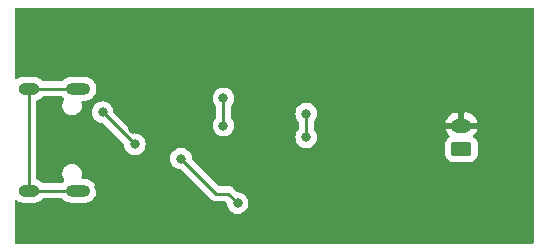
<source format=gbr>
%TF.GenerationSoftware,KiCad,Pcbnew,(6.0.4-0)*%
%TF.CreationDate,2023-08-08T13:47:07-06:00*%
%TF.ProjectId,usb_pd,7573625f-7064-42e6-9b69-6361645f7063,rev?*%
%TF.SameCoordinates,Original*%
%TF.FileFunction,Copper,L2,Bot*%
%TF.FilePolarity,Positive*%
%FSLAX46Y46*%
G04 Gerber Fmt 4.6, Leading zero omitted, Abs format (unit mm)*
G04 Created by KiCad (PCBNEW (6.0.4-0)) date 2023-08-08 13:47:07*
%MOMM*%
%LPD*%
G01*
G04 APERTURE LIST*
G04 Aperture macros list*
%AMRoundRect*
0 Rectangle with rounded corners*
0 $1 Rounding radius*
0 $2 $3 $4 $5 $6 $7 $8 $9 X,Y pos of 4 corners*
0 Add a 4 corners polygon primitive as box body*
4,1,4,$2,$3,$4,$5,$6,$7,$8,$9,$2,$3,0*
0 Add four circle primitives for the rounded corners*
1,1,$1+$1,$2,$3*
1,1,$1+$1,$4,$5*
1,1,$1+$1,$6,$7*
1,1,$1+$1,$8,$9*
0 Add four rect primitives between the rounded corners*
20,1,$1+$1,$2,$3,$4,$5,0*
20,1,$1+$1,$4,$5,$6,$7,0*
20,1,$1+$1,$6,$7,$8,$9,0*
20,1,$1+$1,$8,$9,$2,$3,0*%
G04 Aperture macros list end*
%TA.AperFunction,ComponentPad*%
%ADD10O,2.100000X1.000000*%
%TD*%
%TA.AperFunction,ComponentPad*%
%ADD11O,1.800000X1.000000*%
%TD*%
%TA.AperFunction,ComponentPad*%
%ADD12RoundRect,0.250000X0.625000X-0.350000X0.625000X0.350000X-0.625000X0.350000X-0.625000X-0.350000X0*%
%TD*%
%TA.AperFunction,ComponentPad*%
%ADD13O,1.750000X1.200000*%
%TD*%
%TA.AperFunction,ViaPad*%
%ADD14C,0.800000*%
%TD*%
%TA.AperFunction,Conductor*%
%ADD15C,0.250000*%
%TD*%
%TA.AperFunction,Conductor*%
%ADD16C,0.254000*%
%TD*%
G04 APERTURE END LIST*
D10*
%TO.P,J1,S1,SHIELD*%
%TO.N,GNDPWR*%
X129880000Y-82380000D03*
%TO.P,J1,S2,SHIELD*%
X129880000Y-91020000D03*
D11*
%TO.P,J1,S3,SHIELD*%
X125700000Y-91020000D03*
%TO.P,J1,S4,SHIELD*%
X125700000Y-82380000D03*
%TD*%
D12*
%TO.P,J2,1,+*%
%TO.N,/power2/10V*%
X162350000Y-87500000D03*
D13*
%TO.P,J2,2,-*%
%TO.N,GND*%
X162350000Y-85500000D03*
%TD*%
D14*
%TO.N,GND*%
X147700000Y-82200000D03*
%TO.N,VBUS*%
X149200000Y-84500000D03*
X149200000Y-86500000D03*
%TO.N,Net-(D1-Pad1)*%
X143399843Y-92062988D03*
X138600000Y-88300000D03*
%TO.N,GND*%
X144700000Y-85900000D03*
X135700000Y-85200000D03*
X136900000Y-84800000D03*
X134500000Y-84700000D03*
X139300000Y-86800000D03*
X134500000Y-85800000D03*
X136900000Y-85900000D03*
X131700000Y-90700000D03*
X131800000Y-82700000D03*
%TO.N,Net-(J1-PadA5)*%
X134700000Y-87100000D03*
X131972797Y-84372797D03*
%TO.N,Net-(R5-Pad1)*%
X142200000Y-85500000D03*
X142200000Y-83200000D03*
%TD*%
D15*
%TO.N,GND*%
X144700000Y-85200000D02*
X144700000Y-85900000D01*
X147700000Y-82200000D02*
X144700000Y-85200000D01*
%TO.N,VBUS*%
X149200000Y-86500000D02*
X149200000Y-84500000D01*
%TO.N,Net-(D1-Pad1)*%
X143399843Y-92062988D02*
X142600569Y-91263714D01*
X138600000Y-88300000D02*
X141563714Y-91263714D01*
X142600569Y-91263714D02*
X141563714Y-91263714D01*
%TO.N,GND*%
X138400000Y-85900000D02*
X136900000Y-85900000D01*
X139300000Y-86800000D02*
X138400000Y-85900000D01*
D16*
%TO.N,Net-(J1-PadA5)*%
X134700000Y-87100000D02*
X131972797Y-84372797D01*
D15*
%TO.N,GNDPWR*%
X125700000Y-82380000D02*
X125700000Y-91020000D01*
X129880000Y-91020000D02*
X125700000Y-91020000D01*
X129880000Y-82380000D02*
X125700000Y-82380000D01*
%TO.N,Net-(R5-Pad1)*%
X142200000Y-85500000D02*
X142200000Y-83200000D01*
%TD*%
%TA.AperFunction,Conductor*%
%TO.N,GND*%
G36*
X168433621Y-75528502D02*
G01*
X168480114Y-75582158D01*
X168491500Y-75634500D01*
X168491500Y-95365500D01*
X168471498Y-95433621D01*
X168417842Y-95480114D01*
X168365500Y-95491500D01*
X124634500Y-95491500D01*
X124566379Y-95471498D01*
X124519886Y-95417842D01*
X124508500Y-95365500D01*
X124508500Y-91942620D01*
X124528502Y-91874499D01*
X124582158Y-91828006D01*
X124652432Y-91817902D01*
X124715490Y-91846098D01*
X124727474Y-91856154D01*
X124732872Y-91859121D01*
X124732877Y-91859125D01*
X124838546Y-91917216D01*
X124900787Y-91951433D01*
X124906654Y-91953294D01*
X124906656Y-91953295D01*
X125083436Y-92009373D01*
X125089306Y-92011235D01*
X125243227Y-92028500D01*
X126149769Y-92028500D01*
X126152825Y-92028200D01*
X126152832Y-92028200D01*
X126211340Y-92022463D01*
X126296833Y-92014080D01*
X126302734Y-92012298D01*
X126302736Y-92012298D01*
X126376053Y-91990162D01*
X126486169Y-91956916D01*
X126660796Y-91864066D01*
X126770157Y-91774873D01*
X126809287Y-91742960D01*
X126809290Y-91742957D01*
X126814062Y-91739065D01*
X126832008Y-91717372D01*
X126847055Y-91699184D01*
X126905889Y-91659446D01*
X126944139Y-91653500D01*
X128484876Y-91653500D01*
X128552997Y-91673502D01*
X128583069Y-91700544D01*
X128605968Y-91729025D01*
X128610692Y-91732989D01*
X128621760Y-91742276D01*
X128757474Y-91856154D01*
X128762872Y-91859121D01*
X128762877Y-91859125D01*
X128868546Y-91917216D01*
X128930787Y-91951433D01*
X128936654Y-91953294D01*
X128936656Y-91953295D01*
X129113436Y-92009373D01*
X129119306Y-92011235D01*
X129273227Y-92028500D01*
X130479769Y-92028500D01*
X130482825Y-92028200D01*
X130482832Y-92028200D01*
X130541340Y-92022463D01*
X130626833Y-92014080D01*
X130632734Y-92012298D01*
X130632736Y-92012298D01*
X130706053Y-91990162D01*
X130816169Y-91956916D01*
X130990796Y-91864066D01*
X131100157Y-91774873D01*
X131139287Y-91742960D01*
X131139290Y-91742957D01*
X131144062Y-91739065D01*
X131175926Y-91700548D01*
X131266201Y-91591425D01*
X131266203Y-91591421D01*
X131270130Y-91586675D01*
X131364198Y-91412701D01*
X131422682Y-91223768D01*
X131432066Y-91134486D01*
X131442711Y-91033204D01*
X131442711Y-91033202D01*
X131443355Y-91027075D01*
X131428394Y-90862682D01*
X131425989Y-90836251D01*
X131425988Y-90836248D01*
X131425430Y-90830112D01*
X131413738Y-90790383D01*
X131371330Y-90646294D01*
X131369590Y-90640381D01*
X131362456Y-90626734D01*
X131280813Y-90470568D01*
X131277960Y-90465110D01*
X131154032Y-90310975D01*
X131147727Y-90305684D01*
X131081230Y-90249887D01*
X131002526Y-90183846D01*
X130997128Y-90180879D01*
X130997123Y-90180875D01*
X130834608Y-90091533D01*
X130834609Y-90091533D01*
X130829213Y-90088567D01*
X130823346Y-90086706D01*
X130823344Y-90086705D01*
X130646564Y-90030627D01*
X130646563Y-90030627D01*
X130640694Y-90028765D01*
X130486773Y-90011500D01*
X130295223Y-90011500D01*
X130227102Y-89991498D01*
X130180609Y-89937842D01*
X130170505Y-89867568D01*
X130178234Y-89838708D01*
X130184995Y-89821803D01*
X130187530Y-89815466D01*
X130188644Y-89808738D01*
X130188645Y-89808734D01*
X130215993Y-89643539D01*
X130215993Y-89643536D01*
X130217108Y-89636802D01*
X130212203Y-89543198D01*
X130207987Y-89462766D01*
X130207630Y-89455953D01*
X130184304Y-89371266D01*
X130161352Y-89287941D01*
X130159539Y-89281359D01*
X130075078Y-89121164D01*
X130070673Y-89115951D01*
X130070670Y-89115947D01*
X129962594Y-88988057D01*
X129962590Y-88988053D01*
X129958187Y-88982843D01*
X129946562Y-88973955D01*
X129819743Y-88876994D01*
X129819739Y-88876991D01*
X129814322Y-88872850D01*
X129709186Y-88823825D01*
X129656369Y-88799195D01*
X129656366Y-88799194D01*
X129650192Y-88796315D01*
X129643544Y-88794829D01*
X129643541Y-88794828D01*
X129478494Y-88757936D01*
X129478495Y-88757936D01*
X129473457Y-88756810D01*
X129467912Y-88756500D01*
X129334756Y-88756500D01*
X129199963Y-88771143D01*
X129116609Y-88799195D01*
X129034796Y-88826728D01*
X129034794Y-88826729D01*
X129028325Y-88828906D01*
X128873095Y-88922177D01*
X128868138Y-88926865D01*
X128868135Y-88926867D01*
X128809042Y-88982749D01*
X128741515Y-89046607D01*
X128737683Y-89052245D01*
X128737680Y-89052249D01*
X128686740Y-89127205D01*
X128639723Y-89196388D01*
X128572470Y-89364534D01*
X128571356Y-89371262D01*
X128571355Y-89371266D01*
X128544007Y-89536461D01*
X128542892Y-89543198D01*
X128543249Y-89550015D01*
X128543249Y-89550019D01*
X128548151Y-89643539D01*
X128552370Y-89724047D01*
X128554181Y-89730620D01*
X128554181Y-89730623D01*
X128577551Y-89815466D01*
X128600461Y-89898641D01*
X128684922Y-90058836D01*
X128689331Y-90064053D01*
X128695129Y-90070914D01*
X128723822Y-90135853D01*
X128712852Y-90205997D01*
X128678529Y-90249887D01*
X128620713Y-90297040D01*
X128620710Y-90297043D01*
X128615938Y-90300935D01*
X128612010Y-90305683D01*
X128612009Y-90305684D01*
X128582945Y-90340816D01*
X128524111Y-90380554D01*
X128485861Y-90386500D01*
X126945124Y-90386500D01*
X126877003Y-90366498D01*
X126846931Y-90339456D01*
X126824032Y-90310975D01*
X126817727Y-90305684D01*
X126751230Y-90249887D01*
X126672526Y-90183846D01*
X126667128Y-90180879D01*
X126667123Y-90180875D01*
X126504610Y-90091534D01*
X126504608Y-90091533D01*
X126499213Y-90088567D01*
X126421402Y-90063884D01*
X126362517Y-90024221D01*
X126334425Y-89959019D01*
X126333500Y-89943782D01*
X126333500Y-88300000D01*
X137686496Y-88300000D01*
X137687186Y-88306565D01*
X137702507Y-88452332D01*
X137706458Y-88489928D01*
X137765473Y-88671556D01*
X137860960Y-88836944D01*
X137988747Y-88978866D01*
X138143248Y-89091118D01*
X138149276Y-89093802D01*
X138149278Y-89093803D01*
X138224301Y-89127205D01*
X138317712Y-89168794D01*
X138411113Y-89188647D01*
X138498056Y-89207128D01*
X138498061Y-89207128D01*
X138504513Y-89208500D01*
X138560406Y-89208500D01*
X138628527Y-89228502D01*
X138649501Y-89245405D01*
X141060057Y-91655961D01*
X141067601Y-91664251D01*
X141071714Y-91670732D01*
X141077491Y-91676157D01*
X141121381Y-91717372D01*
X141124223Y-91720127D01*
X141143945Y-91739849D01*
X141147069Y-91742272D01*
X141147073Y-91742276D01*
X141147138Y-91742326D01*
X141156159Y-91750031D01*
X141188393Y-91780300D01*
X141195341Y-91784119D01*
X141195343Y-91784121D01*
X141206146Y-91790060D01*
X141222673Y-91800916D01*
X141232412Y-91808471D01*
X141232414Y-91808472D01*
X141238674Y-91813328D01*
X141279254Y-91830888D01*
X141289902Y-91836105D01*
X141319163Y-91852191D01*
X141328654Y-91857409D01*
X141336330Y-91859380D01*
X141336333Y-91859381D01*
X141348276Y-91862447D01*
X141366980Y-91868851D01*
X141376707Y-91873060D01*
X141385569Y-91876895D01*
X141393392Y-91878134D01*
X141393402Y-91878137D01*
X141429238Y-91883813D01*
X141440858Y-91886219D01*
X141476003Y-91895242D01*
X141483684Y-91897214D01*
X141503938Y-91897214D01*
X141523648Y-91898765D01*
X141543657Y-91901934D01*
X141551549Y-91901188D01*
X141587675Y-91897773D01*
X141599533Y-91897214D01*
X142285975Y-91897214D01*
X142354096Y-91917216D01*
X142375070Y-91934119D01*
X142452721Y-92011770D01*
X142486747Y-92074082D01*
X142488935Y-92087691D01*
X142506301Y-92252916D01*
X142565316Y-92434544D01*
X142660803Y-92599932D01*
X142788590Y-92741854D01*
X142943091Y-92854106D01*
X142949119Y-92856790D01*
X142949121Y-92856791D01*
X143111524Y-92929097D01*
X143117555Y-92931782D01*
X143210955Y-92951635D01*
X143297899Y-92970116D01*
X143297904Y-92970116D01*
X143304356Y-92971488D01*
X143495330Y-92971488D01*
X143501782Y-92970116D01*
X143501787Y-92970116D01*
X143588731Y-92951635D01*
X143682131Y-92931782D01*
X143688162Y-92929097D01*
X143850565Y-92856791D01*
X143850567Y-92856790D01*
X143856595Y-92854106D01*
X144011096Y-92741854D01*
X144138883Y-92599932D01*
X144234370Y-92434544D01*
X144293385Y-92252916D01*
X144313347Y-92062988D01*
X144300696Y-91942620D01*
X144294075Y-91879623D01*
X144294075Y-91879621D01*
X144293385Y-91873060D01*
X144234370Y-91691432D01*
X144138883Y-91526044D01*
X144011096Y-91384122D01*
X143856595Y-91271870D01*
X143850567Y-91269186D01*
X143850565Y-91269185D01*
X143688162Y-91196879D01*
X143688161Y-91196879D01*
X143682131Y-91194194D01*
X143588730Y-91174341D01*
X143501787Y-91155860D01*
X143501782Y-91155860D01*
X143495330Y-91154488D01*
X143439438Y-91154488D01*
X143371317Y-91134486D01*
X143350343Y-91117583D01*
X143104221Y-90871461D01*
X143096681Y-90863175D01*
X143092569Y-90856696D01*
X143042917Y-90810070D01*
X143040076Y-90807316D01*
X143020339Y-90787579D01*
X143017142Y-90785099D01*
X143008120Y-90777394D01*
X142981669Y-90752555D01*
X142975890Y-90747128D01*
X142968944Y-90743309D01*
X142968941Y-90743307D01*
X142958135Y-90737366D01*
X142941616Y-90726515D01*
X142941152Y-90726155D01*
X142925610Y-90714100D01*
X142918341Y-90710955D01*
X142918337Y-90710952D01*
X142885032Y-90696540D01*
X142874382Y-90691323D01*
X142835629Y-90670019D01*
X142816006Y-90664981D01*
X142797303Y-90658577D01*
X142785989Y-90653681D01*
X142785988Y-90653681D01*
X142778714Y-90650533D01*
X142770891Y-90649294D01*
X142770881Y-90649291D01*
X142735045Y-90643615D01*
X142723425Y-90641209D01*
X142688280Y-90632186D01*
X142688279Y-90632186D01*
X142680599Y-90630214D01*
X142660345Y-90630214D01*
X142640634Y-90628663D01*
X142628455Y-90626734D01*
X142620626Y-90625494D01*
X142612734Y-90626240D01*
X142576608Y-90629655D01*
X142564750Y-90630214D01*
X141878308Y-90630214D01*
X141810187Y-90610212D01*
X141789213Y-90593309D01*
X139547122Y-88351217D01*
X139513096Y-88288905D01*
X139510907Y-88275292D01*
X139494232Y-88116635D01*
X139494232Y-88116633D01*
X139493542Y-88110072D01*
X139434527Y-87928444D01*
X139418336Y-87900400D01*
X160966500Y-87900400D01*
X160966837Y-87903646D01*
X160966837Y-87903650D01*
X160973739Y-87970166D01*
X160977474Y-88006166D01*
X161033450Y-88173946D01*
X161126522Y-88324348D01*
X161251697Y-88449305D01*
X161257927Y-88453145D01*
X161257928Y-88453146D01*
X161395090Y-88537694D01*
X161402262Y-88542115D01*
X161482005Y-88568564D01*
X161563611Y-88595632D01*
X161563613Y-88595632D01*
X161570139Y-88597797D01*
X161576975Y-88598497D01*
X161576978Y-88598498D01*
X161620031Y-88602909D01*
X161674600Y-88608500D01*
X163025400Y-88608500D01*
X163028646Y-88608163D01*
X163028650Y-88608163D01*
X163124308Y-88598238D01*
X163124312Y-88598237D01*
X163131166Y-88597526D01*
X163137702Y-88595345D01*
X163137704Y-88595345D01*
X163269806Y-88551272D01*
X163298946Y-88541550D01*
X163449348Y-88448478D01*
X163574305Y-88323303D01*
X163578853Y-88315925D01*
X163663275Y-88178968D01*
X163663276Y-88178966D01*
X163667115Y-88172738D01*
X163722797Y-88004861D01*
X163733500Y-87900400D01*
X163733500Y-87099600D01*
X163733163Y-87096350D01*
X163723238Y-87000692D01*
X163723237Y-87000688D01*
X163722526Y-86993834D01*
X163666550Y-86826054D01*
X163573478Y-86675652D01*
X163448303Y-86550695D01*
X163442069Y-86546852D01*
X163396310Y-86518645D01*
X163348817Y-86465873D01*
X163337395Y-86395801D01*
X163365669Y-86330677D01*
X163384597Y-86312298D01*
X163387856Y-86309738D01*
X163396506Y-86301501D01*
X163527212Y-86150877D01*
X163534147Y-86141153D01*
X163634010Y-85968533D01*
X163638984Y-85957669D01*
X163704407Y-85769273D01*
X163704648Y-85768284D01*
X163703180Y-85757992D01*
X163689615Y-85754000D01*
X161014598Y-85754000D01*
X161001067Y-85757973D01*
X160999712Y-85767399D01*
X161021194Y-85856537D01*
X161025083Y-85867832D01*
X161107629Y-86049382D01*
X161113576Y-86059724D01*
X161228968Y-86222397D01*
X161236761Y-86231425D01*
X161327757Y-86318535D01*
X161363133Y-86380090D01*
X161359614Y-86451000D01*
X161318317Y-86508750D01*
X161306947Y-86516685D01*
X161250652Y-86551522D01*
X161125695Y-86676697D01*
X161121855Y-86682927D01*
X161121854Y-86682928D01*
X161093798Y-86728444D01*
X161032885Y-86827262D01*
X160977203Y-86995139D01*
X160976503Y-87001975D01*
X160976502Y-87001978D01*
X160972920Y-87036944D01*
X160966500Y-87099600D01*
X160966500Y-87900400D01*
X139418336Y-87900400D01*
X139416479Y-87897183D01*
X139348168Y-87778866D01*
X139339040Y-87763056D01*
X139211253Y-87621134D01*
X139056752Y-87508882D01*
X139050724Y-87506198D01*
X139050722Y-87506197D01*
X138888319Y-87433891D01*
X138888318Y-87433891D01*
X138882288Y-87431206D01*
X138788887Y-87411353D01*
X138701944Y-87392872D01*
X138701939Y-87392872D01*
X138695487Y-87391500D01*
X138504513Y-87391500D01*
X138498061Y-87392872D01*
X138498056Y-87392872D01*
X138411112Y-87411353D01*
X138317712Y-87431206D01*
X138311682Y-87433891D01*
X138311681Y-87433891D01*
X138149278Y-87506197D01*
X138149276Y-87506198D01*
X138143248Y-87508882D01*
X137988747Y-87621134D01*
X137860960Y-87763056D01*
X137851832Y-87778866D01*
X137783522Y-87897183D01*
X137765473Y-87928444D01*
X137706458Y-88110072D01*
X137705768Y-88116633D01*
X137705768Y-88116635D01*
X137699745Y-88173946D01*
X137686496Y-88300000D01*
X126333500Y-88300000D01*
X126333500Y-83456585D01*
X126353502Y-83388464D01*
X126407158Y-83341971D01*
X126423078Y-83335964D01*
X126486169Y-83316916D01*
X126660796Y-83224066D01*
X126752670Y-83149135D01*
X126809287Y-83102960D01*
X126809290Y-83102957D01*
X126814062Y-83099065D01*
X126826339Y-83084225D01*
X126847055Y-83059184D01*
X126905889Y-83019446D01*
X126944139Y-83013500D01*
X128484876Y-83013500D01*
X128552997Y-83033502D01*
X128583069Y-83060544D01*
X128605968Y-83089025D01*
X128610692Y-83092989D01*
X128677604Y-83149135D01*
X128716931Y-83208244D01*
X128718057Y-83279232D01*
X128700825Y-83316478D01*
X128643560Y-83400740D01*
X128643555Y-83400750D01*
X128639723Y-83406388D01*
X128572470Y-83574534D01*
X128571356Y-83581262D01*
X128571355Y-83581266D01*
X128549586Y-83712763D01*
X128542892Y-83753198D01*
X128543249Y-83760015D01*
X128543249Y-83760019D01*
X128548151Y-83853539D01*
X128552370Y-83934047D01*
X128554181Y-83940620D01*
X128554181Y-83940623D01*
X128577551Y-84025466D01*
X128600461Y-84108641D01*
X128684922Y-84268836D01*
X128689327Y-84274049D01*
X128689330Y-84274053D01*
X128797406Y-84401943D01*
X128797410Y-84401947D01*
X128801813Y-84407157D01*
X128807237Y-84411304D01*
X128807238Y-84411305D01*
X128940257Y-84513006D01*
X128940261Y-84513009D01*
X128945678Y-84517150D01*
X129029340Y-84556162D01*
X129103631Y-84590805D01*
X129103634Y-84590806D01*
X129109808Y-84593685D01*
X129116456Y-84595171D01*
X129116459Y-84595172D01*
X129222421Y-84618857D01*
X129286543Y-84633190D01*
X129292088Y-84633500D01*
X129425244Y-84633500D01*
X129560037Y-84618857D01*
X129678190Y-84579094D01*
X129725204Y-84563272D01*
X129725206Y-84563271D01*
X129731675Y-84561094D01*
X129886905Y-84467823D01*
X129891862Y-84463135D01*
X129891865Y-84463133D01*
X129987392Y-84372797D01*
X131059293Y-84372797D01*
X131059983Y-84379362D01*
X131073670Y-84509583D01*
X131079255Y-84562725D01*
X131138270Y-84744353D01*
X131141573Y-84750075D01*
X131141574Y-84750076D01*
X131157467Y-84777603D01*
X131233757Y-84909741D01*
X131361544Y-85051663D01*
X131453142Y-85118213D01*
X131502616Y-85154158D01*
X131516045Y-85163915D01*
X131522073Y-85166599D01*
X131522075Y-85166600D01*
X131666108Y-85230727D01*
X131690509Y-85241591D01*
X131783910Y-85261444D01*
X131870853Y-85279925D01*
X131870858Y-85279925D01*
X131877310Y-85281297D01*
X131930375Y-85281297D01*
X131998496Y-85301299D01*
X132019470Y-85318202D01*
X133753210Y-87051942D01*
X133787236Y-87114254D01*
X133789425Y-87127865D01*
X133806458Y-87289928D01*
X133865473Y-87471556D01*
X133960960Y-87636944D01*
X134088747Y-87778866D01*
X134243248Y-87891118D01*
X134249276Y-87893802D01*
X134249278Y-87893803D01*
X134341200Y-87934729D01*
X134417712Y-87968794D01*
X134511113Y-87988647D01*
X134598056Y-88007128D01*
X134598061Y-88007128D01*
X134604513Y-88008500D01*
X134795487Y-88008500D01*
X134801939Y-88007128D01*
X134801944Y-88007128D01*
X134888888Y-87988647D01*
X134982288Y-87968794D01*
X135058800Y-87934729D01*
X135150722Y-87893803D01*
X135150724Y-87893802D01*
X135156752Y-87891118D01*
X135311253Y-87778866D01*
X135439040Y-87636944D01*
X135534527Y-87471556D01*
X135593542Y-87289928D01*
X135613504Y-87100000D01*
X135608453Y-87051942D01*
X135594232Y-86916635D01*
X135594232Y-86916633D01*
X135593542Y-86910072D01*
X135534527Y-86728444D01*
X135439040Y-86563056D01*
X135382265Y-86500000D01*
X148286496Y-86500000D01*
X148287186Y-86506565D01*
X148304958Y-86675652D01*
X148306458Y-86689928D01*
X148365473Y-86871556D01*
X148460960Y-87036944D01*
X148465378Y-87041851D01*
X148465379Y-87041852D01*
X148517736Y-87100000D01*
X148588747Y-87178866D01*
X148743248Y-87291118D01*
X148749276Y-87293802D01*
X148749278Y-87293803D01*
X148911681Y-87366109D01*
X148917712Y-87368794D01*
X149011112Y-87388647D01*
X149098056Y-87407128D01*
X149098061Y-87407128D01*
X149104513Y-87408500D01*
X149295487Y-87408500D01*
X149301939Y-87407128D01*
X149301944Y-87407128D01*
X149388888Y-87388647D01*
X149482288Y-87368794D01*
X149488319Y-87366109D01*
X149650722Y-87293803D01*
X149650724Y-87293802D01*
X149656752Y-87291118D01*
X149811253Y-87178866D01*
X149882264Y-87100000D01*
X149934621Y-87041852D01*
X149934622Y-87041851D01*
X149939040Y-87036944D01*
X150034527Y-86871556D01*
X150093542Y-86689928D01*
X150095043Y-86675652D01*
X150112814Y-86506565D01*
X150113504Y-86500000D01*
X150095708Y-86330677D01*
X150094232Y-86316635D01*
X150094232Y-86316633D01*
X150093542Y-86310072D01*
X150034527Y-86128444D01*
X149939040Y-85963056D01*
X149865863Y-85881785D01*
X149835147Y-85817779D01*
X149833500Y-85797476D01*
X149833500Y-85231716D01*
X160995352Y-85231716D01*
X160996820Y-85242008D01*
X161010385Y-85246000D01*
X162077885Y-85246000D01*
X162093124Y-85241525D01*
X162094329Y-85240135D01*
X162096000Y-85232452D01*
X162096000Y-85227885D01*
X162604000Y-85227885D01*
X162608475Y-85243124D01*
X162609865Y-85244329D01*
X162617548Y-85246000D01*
X163685402Y-85246000D01*
X163698933Y-85242027D01*
X163700288Y-85232601D01*
X163678806Y-85143463D01*
X163674917Y-85132168D01*
X163592371Y-84950618D01*
X163586424Y-84940276D01*
X163471032Y-84777603D01*
X163463239Y-84768575D01*
X163319169Y-84630658D01*
X163309804Y-84623262D01*
X163142259Y-84515079D01*
X163131655Y-84509583D01*
X162946688Y-84435039D01*
X162935230Y-84431645D01*
X162738072Y-84393143D01*
X162729209Y-84392066D01*
X162726500Y-84392000D01*
X162622115Y-84392000D01*
X162606876Y-84396475D01*
X162605671Y-84397865D01*
X162604000Y-84405548D01*
X162604000Y-85227885D01*
X162096000Y-85227885D01*
X162096000Y-84410115D01*
X162091525Y-84394876D01*
X162090135Y-84393671D01*
X162082452Y-84392000D01*
X162025168Y-84392000D01*
X162019192Y-84392285D01*
X161870506Y-84406471D01*
X161858772Y-84408730D01*
X161667401Y-84464872D01*
X161656325Y-84469302D01*
X161479022Y-84560619D01*
X161468976Y-84567069D01*
X161312143Y-84690262D01*
X161303494Y-84698499D01*
X161172788Y-84849123D01*
X161165853Y-84858847D01*
X161065990Y-85031467D01*
X161061016Y-85042331D01*
X160995593Y-85230727D01*
X160995352Y-85231716D01*
X149833500Y-85231716D01*
X149833500Y-85202524D01*
X149853502Y-85134403D01*
X149865858Y-85118221D01*
X149939040Y-85036944D01*
X150034527Y-84871556D01*
X150093542Y-84689928D01*
X150099772Y-84630658D01*
X150112814Y-84506565D01*
X150113504Y-84500000D01*
X150102153Y-84392000D01*
X150094232Y-84316635D01*
X150094232Y-84316633D01*
X150093542Y-84310072D01*
X150034527Y-84128444D01*
X149939040Y-83963056D01*
X149823201Y-83834403D01*
X149815675Y-83826045D01*
X149815674Y-83826044D01*
X149811253Y-83821134D01*
X149656752Y-83708882D01*
X149650724Y-83706198D01*
X149650722Y-83706197D01*
X149488319Y-83633891D01*
X149488318Y-83633891D01*
X149482288Y-83631206D01*
X149388887Y-83611353D01*
X149301944Y-83592872D01*
X149301939Y-83592872D01*
X149295487Y-83591500D01*
X149104513Y-83591500D01*
X149098061Y-83592872D01*
X149098056Y-83592872D01*
X149011113Y-83611353D01*
X148917712Y-83631206D01*
X148911682Y-83633891D01*
X148911681Y-83633891D01*
X148749278Y-83706197D01*
X148749276Y-83706198D01*
X148743248Y-83708882D01*
X148588747Y-83821134D01*
X148584326Y-83826044D01*
X148584325Y-83826045D01*
X148576800Y-83834403D01*
X148460960Y-83963056D01*
X148365473Y-84128444D01*
X148306458Y-84310072D01*
X148305768Y-84316633D01*
X148305768Y-84316635D01*
X148297847Y-84392000D01*
X148286496Y-84500000D01*
X148287186Y-84506565D01*
X148300229Y-84630658D01*
X148306458Y-84689928D01*
X148365473Y-84871556D01*
X148460960Y-85036944D01*
X148534137Y-85118215D01*
X148564853Y-85182221D01*
X148566500Y-85202524D01*
X148566500Y-85797476D01*
X148546498Y-85865597D01*
X148534142Y-85881779D01*
X148460960Y-85963056D01*
X148365473Y-86128444D01*
X148306458Y-86310072D01*
X148305768Y-86316633D01*
X148305768Y-86316635D01*
X148304292Y-86330677D01*
X148286496Y-86500000D01*
X135382265Y-86500000D01*
X135344853Y-86458450D01*
X135315675Y-86426045D01*
X135315674Y-86426044D01*
X135311253Y-86421134D01*
X135156752Y-86308882D01*
X135150724Y-86306198D01*
X135150722Y-86306197D01*
X134988319Y-86233891D01*
X134988318Y-86233891D01*
X134982288Y-86231206D01*
X134888888Y-86211353D01*
X134801944Y-86192872D01*
X134801939Y-86192872D01*
X134795487Y-86191500D01*
X134742423Y-86191500D01*
X134674302Y-86171498D01*
X134653328Y-86154595D01*
X133998733Y-85500000D01*
X141286496Y-85500000D01*
X141306458Y-85689928D01*
X141365473Y-85871556D01*
X141460960Y-86036944D01*
X141465378Y-86041851D01*
X141465379Y-86041852D01*
X141566893Y-86154595D01*
X141588747Y-86178866D01*
X141743248Y-86291118D01*
X141749276Y-86293802D01*
X141749278Y-86293803D01*
X141832099Y-86330677D01*
X141917712Y-86368794D01*
X142011113Y-86388647D01*
X142098056Y-86407128D01*
X142098061Y-86407128D01*
X142104513Y-86408500D01*
X142295487Y-86408500D01*
X142301939Y-86407128D01*
X142301944Y-86407128D01*
X142388887Y-86388647D01*
X142482288Y-86368794D01*
X142567901Y-86330677D01*
X142650722Y-86293803D01*
X142650724Y-86293802D01*
X142656752Y-86291118D01*
X142811253Y-86178866D01*
X142833107Y-86154595D01*
X142934621Y-86041852D01*
X142934622Y-86041851D01*
X142939040Y-86036944D01*
X143034527Y-85871556D01*
X143093542Y-85689928D01*
X143113504Y-85500000D01*
X143112814Y-85493435D01*
X143094232Y-85316635D01*
X143094232Y-85316633D01*
X143093542Y-85310072D01*
X143034527Y-85128444D01*
X142939040Y-84963056D01*
X142865863Y-84881785D01*
X142835147Y-84817779D01*
X142833500Y-84797476D01*
X142833500Y-83902524D01*
X142853502Y-83834403D01*
X142865858Y-83818221D01*
X142939040Y-83736944D01*
X143026442Y-83585560D01*
X143031223Y-83577279D01*
X143031224Y-83577278D01*
X143034527Y-83571556D01*
X143093542Y-83389928D01*
X143098583Y-83341971D01*
X143112814Y-83206565D01*
X143113504Y-83200000D01*
X143103305Y-83102960D01*
X143094232Y-83016635D01*
X143094232Y-83016633D01*
X143093542Y-83010072D01*
X143034527Y-82828444D01*
X142939040Y-82663056D01*
X142811253Y-82521134D01*
X142656752Y-82408882D01*
X142650724Y-82406198D01*
X142650722Y-82406197D01*
X142488319Y-82333891D01*
X142488318Y-82333891D01*
X142482288Y-82331206D01*
X142388887Y-82311353D01*
X142301944Y-82292872D01*
X142301939Y-82292872D01*
X142295487Y-82291500D01*
X142104513Y-82291500D01*
X142098061Y-82292872D01*
X142098056Y-82292872D01*
X142011113Y-82311353D01*
X141917712Y-82331206D01*
X141911682Y-82333891D01*
X141911681Y-82333891D01*
X141749278Y-82406197D01*
X141749276Y-82406198D01*
X141743248Y-82408882D01*
X141588747Y-82521134D01*
X141460960Y-82663056D01*
X141365473Y-82828444D01*
X141306458Y-83010072D01*
X141305768Y-83016633D01*
X141305768Y-83016635D01*
X141296695Y-83102960D01*
X141286496Y-83200000D01*
X141287186Y-83206565D01*
X141301418Y-83341971D01*
X141306458Y-83389928D01*
X141365473Y-83571556D01*
X141368776Y-83577278D01*
X141368777Y-83577279D01*
X141373558Y-83585560D01*
X141460960Y-83736944D01*
X141534137Y-83818215D01*
X141564853Y-83882221D01*
X141566500Y-83902524D01*
X141566500Y-84797476D01*
X141546498Y-84865597D01*
X141534142Y-84881779D01*
X141460960Y-84963056D01*
X141365473Y-85128444D01*
X141306458Y-85310072D01*
X141305768Y-85316633D01*
X141305768Y-85316635D01*
X141287186Y-85493435D01*
X141286496Y-85500000D01*
X133998733Y-85500000D01*
X132919587Y-84420854D01*
X132885561Y-84358542D01*
X132883372Y-84344929D01*
X132867029Y-84189432D01*
X132867029Y-84189430D01*
X132866339Y-84182869D01*
X132807324Y-84001241D01*
X132711837Y-83835853D01*
X132601007Y-83712763D01*
X132588472Y-83698842D01*
X132588471Y-83698841D01*
X132584050Y-83693931D01*
X132444955Y-83592872D01*
X132434891Y-83585560D01*
X132434890Y-83585559D01*
X132429549Y-83581679D01*
X132423521Y-83578995D01*
X132423519Y-83578994D01*
X132261116Y-83506688D01*
X132261115Y-83506688D01*
X132255085Y-83504003D01*
X132161684Y-83484150D01*
X132074741Y-83465669D01*
X132074736Y-83465669D01*
X132068284Y-83464297D01*
X131877310Y-83464297D01*
X131870858Y-83465669D01*
X131870853Y-83465669D01*
X131783910Y-83484150D01*
X131690509Y-83504003D01*
X131684479Y-83506688D01*
X131684478Y-83506688D01*
X131522075Y-83578994D01*
X131522073Y-83578995D01*
X131516045Y-83581679D01*
X131510704Y-83585559D01*
X131510703Y-83585560D01*
X131500639Y-83592872D01*
X131361544Y-83693931D01*
X131357123Y-83698841D01*
X131357122Y-83698842D01*
X131344588Y-83712763D01*
X131233757Y-83835853D01*
X131138270Y-84001241D01*
X131079255Y-84182869D01*
X131078565Y-84189430D01*
X131078565Y-84189432D01*
X131069671Y-84274053D01*
X131059293Y-84372797D01*
X129987392Y-84372797D01*
X130013527Y-84348082D01*
X130013529Y-84348080D01*
X130018485Y-84343393D01*
X130022317Y-84337755D01*
X130022320Y-84337751D01*
X130116442Y-84199255D01*
X130120277Y-84193612D01*
X130187530Y-84025466D01*
X130188644Y-84018738D01*
X130188645Y-84018734D01*
X130215993Y-83853539D01*
X130215993Y-83853536D01*
X130217108Y-83846802D01*
X130216535Y-83835853D01*
X130207987Y-83672766D01*
X130207630Y-83665953D01*
X130175129Y-83547958D01*
X130176323Y-83476974D01*
X130215705Y-83417902D01*
X130280773Y-83389499D01*
X130296605Y-83388500D01*
X130479769Y-83388500D01*
X130482825Y-83388200D01*
X130482832Y-83388200D01*
X130541340Y-83382463D01*
X130626833Y-83374080D01*
X130632734Y-83372298D01*
X130632736Y-83372298D01*
X130733183Y-83341971D01*
X130816169Y-83316916D01*
X130990796Y-83224066D01*
X131082670Y-83149135D01*
X131139287Y-83102960D01*
X131139290Y-83102957D01*
X131144062Y-83099065D01*
X131175926Y-83060548D01*
X131266201Y-82951425D01*
X131266203Y-82951421D01*
X131270130Y-82946675D01*
X131364198Y-82772701D01*
X131422682Y-82583768D01*
X131443355Y-82387075D01*
X131425430Y-82190112D01*
X131369590Y-82000381D01*
X131277960Y-81825110D01*
X131154032Y-81670975D01*
X131147727Y-81665684D01*
X131131334Y-81651929D01*
X131002526Y-81543846D01*
X130997128Y-81540879D01*
X130997123Y-81540875D01*
X130834608Y-81451533D01*
X130834609Y-81451533D01*
X130829213Y-81448567D01*
X130823346Y-81446706D01*
X130823344Y-81446705D01*
X130646564Y-81390627D01*
X130646563Y-81390627D01*
X130640694Y-81388765D01*
X130486773Y-81371500D01*
X129280231Y-81371500D01*
X129277175Y-81371800D01*
X129277168Y-81371800D01*
X129218660Y-81377537D01*
X129133167Y-81385920D01*
X129127266Y-81387702D01*
X129127264Y-81387702D01*
X129053947Y-81409838D01*
X128943831Y-81443084D01*
X128769204Y-81535934D01*
X128710352Y-81583933D01*
X128620713Y-81657040D01*
X128620710Y-81657043D01*
X128615938Y-81660935D01*
X128612010Y-81665683D01*
X128612009Y-81665684D01*
X128582945Y-81700816D01*
X128524111Y-81740554D01*
X128485861Y-81746500D01*
X126945124Y-81746500D01*
X126877003Y-81726498D01*
X126846931Y-81699456D01*
X126824032Y-81670975D01*
X126817727Y-81665684D01*
X126801334Y-81651929D01*
X126672526Y-81543846D01*
X126667128Y-81540879D01*
X126667123Y-81540875D01*
X126504608Y-81451533D01*
X126504609Y-81451533D01*
X126499213Y-81448567D01*
X126493346Y-81446706D01*
X126493344Y-81446705D01*
X126316564Y-81390627D01*
X126316563Y-81390627D01*
X126310694Y-81388765D01*
X126156773Y-81371500D01*
X125250231Y-81371500D01*
X125247175Y-81371800D01*
X125247168Y-81371800D01*
X125188660Y-81377537D01*
X125103167Y-81385920D01*
X125097266Y-81387702D01*
X125097264Y-81387702D01*
X125023947Y-81409838D01*
X124913831Y-81443084D01*
X124739204Y-81535934D01*
X124724639Y-81547813D01*
X124714136Y-81556379D01*
X124648704Y-81583933D01*
X124578763Y-81571738D01*
X124526518Y-81523665D01*
X124508500Y-81458736D01*
X124508500Y-75634500D01*
X124528502Y-75566379D01*
X124582158Y-75519886D01*
X124634500Y-75508500D01*
X168365500Y-75508500D01*
X168433621Y-75528502D01*
G37*
%TD.AperFunction*%
%TD*%
M02*

</source>
